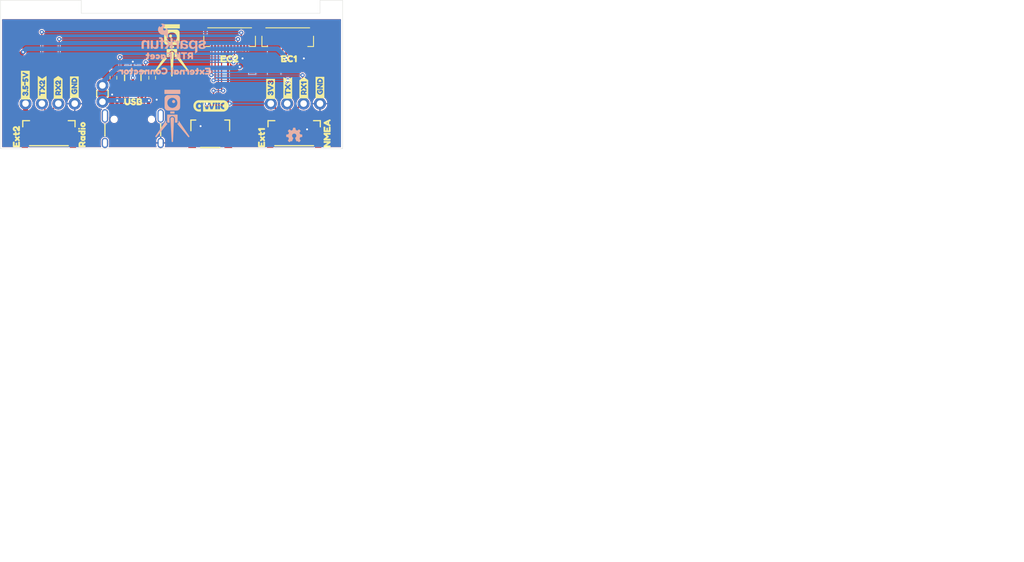
<source format=kicad_pcb>
(kicad_pcb (version 20240108) (generator "pcbnew") (generator_version "8.0")
  (title_block (title "SparkFun RTK Facet - External Connector") (date "2024-09-25") (rev "v13") (comment 1 "Designed by: N. Seidle"))
  (layers (0 "F.Cu" signal) (1 "In1.Cu" signal) (2 "In2.Cu" signal) (31 "B.Cu" signal) (34 "B.Paste" user) (35 "F.Paste" user) (36 "B.SilkS" user "B.Silkscreen") (37 "F.SilkS" user "F.Silkscreen") (38 "B.Mask" user) (39 "F.Mask" user) (44 "Edge.Cuts" user))
  (net 0 "")
  (net 1 "3.3V")
  (net 2 "GND")
  (net 3 "V_BATT")
  (net 4 "V_USB")
  (net 16 "Net-(JP0-A)")
  (net 17 "Net-(J5-CC2)")
  (net 18 "Net-(J5-CC1)")
  (net 19 "USB_DM")
  (net 20 "USB_DP")
  (net 21 "Net-(J11-Pin_4)")
  (net 22 "EXTERNAL_SERIAL1_TXO")
  (net 23 "EXTERNAL_SERIAL1_RXI")
  (net 24 "ESP_22{slash}SCL")
  (net 25 "ESP_21{slash}SDA")
  (net 26 "ZED-RXI2")
  (net 27 "ZED-TXO2")
  (net 29 "Net-(D1-VCC)")
  (footprint "SparkFun-Connector:1x04" (layer "F.Cu") (at 171.5011 109.5036 180)
    (property "Reference" "J12")
    (property "Value" "Conn_01x04")
    (pad "1" thru_hole circle (at 0 0 270) (size 1.8796 1.8796) (drill 1.016) (layers "*.Cu" "*.Mask") (net 2 "GND"))
    (pad "2" thru_hole circle (at 2.54 0 270) (size 1.8796 1.8796) (drill 1.016) (layers "*.Cu" "*.Mask") (net 23 "EXTERNAL_SERIAL1_RXI"))
    (pad "3" thru_hole circle (at 5.08 0 270) (size 1.8796 1.8796) (drill 1.016) (layers "*.Cu" "*.Mask") (net 22 "EXTERNAL_SERIAL1_TXO"))
    (pad "4" thru_hole circle (at 7.62 0 270) (size 1.8796 1.8796) (drill 1.016) (layers "*.Cu" "*.Mask") (net 1 "3.3V"))
  )
  (footprint "kibuzzard-66F4C03C" (layer "F.Cu") (at 171.493661 107.01051 90)
    (property "Reference" "kibuzzard-66F4C03C" (hide yes))
    (property "Value" "G***" (hide yes))
  )
  (footprint "kibuzzard-66F4BFEC" (layer "F.Cu") (at 142.5575 109.22)
    (property "Reference" "kibuzzard-66F4BFEC" (hide yes))
    (property "Value" "G***" (hide yes))
  )
  (footprint "kibuzzard-66F4C0CF" (layer "F.Cu") (at 166.507747 107.061595 90)
    (property "Reference" "kibuzzard-66F4C0CF" (hide yes))
    (property "Value" "G***" (hide yes))
  )
  (footprint "SparkFun-Aesthetic:SparkFun_RTK_20mm" (layer "F.Cu") (at 148.59 102.235)
    (property "Reference" "Ref**" (hide yes))
    (property "Value" "Val**" (hide yes))
  )
  (footprint "SparkFun-Jumper:Jumper_2_PTH_SMD_Combo-NC" (layer "F.Cu") (at 137.795 107.95 90)
    (property "Reference" "JP0")
    (property "Value" "Measure")
    (fp_rect (start -0.25 -0.4) (end 0.25 0.4) (fill solid) (layer "F.Cu"))
    (pad "1" thru_hole circle (at -1.27 0 180) (size 1.8796 1.8796) (drill 1.016) (layers "*.Cu" "*.Mask") (net 16 "Net-(JP0-A)"))
    (pad "1" smd rect (at -0.508 0 90) (size 0.635 1.27) (layers "F.Cu" "F.Mask") (net 16 "Net-(JP0-A)"))
    (pad "2" smd rect (at 0.508 0 90) (size 0.635 1.27) (layers "F.Cu" "F.Mask") (net 29 "Net-(D1-VCC)"))
    (pad "2" thru_hole circle (at 1.27 0 180) (size 1.8796 1.8796) (drill 1.016) (layers "*.Cu" "*.Mask") (net 29 "Net-(D1-VCC)"))
  )
  (footprint "SparkFun-Resistor:R_0603_1608Metric" (layer "F.Cu") (at 145.5 105.5 90)
    (property "Reference" "R16")
    (property "Value" "5.1k")
    (pad "1" smd roundrect (at -0.825 0 90) (size 0.8 0.95) (layers "F.Cu" "F.Paste" "F.Mask") (net 17 "Net-(J5-CC2)"))
    (pad "2" smd roundrect (at 0.825 0 90) (size 0.8 0.95) (layers "F.Cu" "F.Paste" "F.Mask") (net 2 "GND"))
  )
  (footprint "SparkFun-Connector:USB-C_16" (layer "F.Cu") (at 142.5011 110.5036)
    (property "Reference" "J5")
    (property "Value" "USB_C_Receptacle")
    (pad "" np_thru_hole circle (at -2.89 1.445) (size 0.65 0.65) (drill 0.65) (layers "*.Cu" "*.Mask"))
    (pad "" np_thru_hole circle (at 2.89 1.445) (size 0.65 0.65) (drill 0.65) (layers "F&B.Cu" "*.Mask"))
    (pad "A5" smd rect (at -1.25 0.34 180) (size 0.3 1) (layers "F.Cu" "F.Paste" "F.Mask") (net 18 "Net-(J5-CC1)"))
    (pad "A6" smd rect (at -0.25 0.34 180) (size 0.3 1) (layers "F.Cu" "F.Paste" "F.Mask") (net 20 "USB_DP"))
    (pad "A7" smd rect (at 0.25 0.34) (size 0.3 1) (layers "F.Cu" "F.Paste" "F.Mask") (net 19 "USB_DM"))
    (pad "A8" smd rect (at 1.25 0.34) (size 0.3 1) (layers "F.Cu" "F.Paste" "F.Mask"))
    (pad "B5" smd rect (at 1.75 0.34) (size 0.3 1) (layers "F.Cu" "F.Paste" "F.Mask") (net 17 "Net-(J5-CC2)"))
    (pad "B6" smd rect (at 0.75 0.34) (size 0.3 1) (layers "F.Cu" "F.Paste" "F.Mask") (net 20 "USB_DP"))
    (pad "B7" smd rect (at -0.75 0.34 180) (size 0.3 1) (layers "F.Cu" "F.Paste" "F.Mask") (net 19 "USB_DM"))
    (pad "B8" smd rect (at -1.75 0.34 180) (size 0.3 1) (layers "F.Cu" "F.Paste" "F.Mask"))
    (pad "GND" smd rect (at -3.225 0.34 180) (size 0.6 1) (layers "F.Cu" "F.Paste" "F.Mask") (net 2 "GND"))
    (pad "GND" smd rect (at 3.225 0.34) (size 0.6 1) (layers "F.Cu" "F.Paste" "F.Mask") (net 2 "GND"))
    (pad "NC1" thru_hole oval (at -4.318 5.095) (size 1 1.6) (drill oval 0.6 1.2) (layers "*.Cu" "*.Mask" "F.Paste"))
    (pad "NC2" thru_hole oval (at -4.318 0.915) (size 1 2.1) (drill oval 0.6 1.7) (layers "*.Cu" "*.Mask" "F.Paste"))
    (pad "NC3" thru_hole oval (at 4.318 0.915) (size 1 2.1) (drill oval 0.6 1.7) (layers "*.Cu" "*.Mask" "F.Paste"))
    (pad "S" thru_hole oval (at 4.318 5.095) (size 1 1.6) (drill oval 0.6 1.2) (layers "*.Cu" "*.Mask" "F.Paste") (net 2 "GND"))
    (pad "VBUS" smd rect (at -2.45 0.34 180) (size 0.6 1) (layers "F.Cu" "F.Paste" "F.Mask") (net 16 "Net-(JP0-A)"))
    (pad "VBUS" smd rect (at 2.45 0.34) (size 0.6 1) (layers "F.Cu" "F.Paste" "F.Mask") (net 16 "Net-(JP0-A)"))
  )
  (footprint "SparkFun-Connector:FPC_0.5mm-12" (layer "F.Cu") (at 157.5 99.5 180)
    (property "Reference" "J3")
    (property "Value" "Conn_01x12_FPC_0.5mm")
    (pad "1" smd rect (at -2.75 -1.35 180) (size 0.3 0.8) (layers "F.Cu" "F.Paste" "F.Mask") (net 2 "GND"))
    (pad "2" smd rect (at -2.25 -1.35 180) (size 0.3 0.8) (layers "F.Cu" "F.Paste" "F.Mask") (net 2 "GND"))
    (pad "3" smd rect (at -1.75 -1.35 180) (size 0.3 0.8) (layers "F.Cu" "F.Paste" "F.Mask") (net 27 "ZED-TXO2"))
    (pad "4" smd rect (at -1.25 -1.35 180) (size 0.3 0.8) (layers "F.Cu" "F.Paste" "F.Mask") (net 26 "ZED-RXI2"))
    (pad "5" smd rect (at -0.75 -1.35 180) (size 0.3 0.8) (layers "F.Cu" "F.Paste" "F.Mask") (net 19 "USB_DM"))
    (pad "6" smd rect (at -0.25 -1.35 180) (size 0.3 0.8) (layers "F.Cu" "F.Paste" "F.Mask") (net 20 "USB_DP"))
    (pad "7" smd rect (at 0.25 -1.35 180) (size 0.3 0.8) (layers "F.Cu" "F.Paste" "F.Mask") (net 1 "3.3V"))
    (pad "8" smd rect (at 0.75 -1.35 180) (size 0.3 0.8) (layers "F.Cu" "F.Paste" "F.Mask") (net 1 "3.3V"))
    (pad "9" smd rect (at 1.25 -1.35 180) (size 0.3 0.8) (layers "F.Cu" "F.Paste" "F.Mask") (net 25 "ESP_21{slash}SDA"))
    (pad "10" smd rect (at 1.75 -1.35 180) (size 0.3 0.8) (layers "F.Cu" "F.Paste" "F.Mask") (net 24 "ESP_22{slash}SCL"))
    (pad "11" smd rect (at 2.25 -1.35 180) (size 0.3 0.8) (layers "F.Cu" "F.Paste" "F.Mask") (net 22 "EXTERNAL_SERIAL1_TXO"))
    (pad "12" smd rect (at 2.75 -1.35 180) (size 0.3 0.8) (layers "F.Cu" "F.Paste" "F.Mask") (net 23 "EXTERNAL_SERIAL1_RXI"))
    (pad "MP1" smd rect (at -3.75 1.15 180) (size 0.4 0.8) (layers "F.Cu" "F.Paste" "F.Mask"))
    (pad "MP2" smd rect (at 3.75 1.15 180) (size 0.4 0.8) (layers "F.Cu" "F.Paste" "F.Mask"))
  )
  (footprint "kibuzzard-66F4C088" (layer "F.Cu") (at 125.852604 106.639131 90)
    (property "Reference" "kibuzzard-66F4C088" (hide yes))
    (property "Value" "G***" (hide yes))
  )
  (footprint "SparkFun-Fuse:0805" (layer "F.Cu") (at 124.5011 105.5036 -90)
    (property "Reference" "F1")
    (property "Value" "6V/0.5A/1A")
    (pad "1" smd rect (at -0.9 0 270) (size 0.8 1.2) (layers "F.Cu" "F.Paste" "F.Mask") (net 3 "V_BATT"))
    (pad "2" smd rect (at 0.9 0 270) (size 0.8 1.2) (layers "F.Cu" "F.Paste" "F.Mask") (net 21 "Net-(J11-Pin_4)"))
  )
  (footprint "kibuzzard-66F4C0A3" (layer "F.Cu") (at 130.937418 106.97997 90)
    (property "Reference" "kibuzzard-66F4C0A3" (hide yes))
    (property "Value" "G***" (hide yes))
  )
  (footprint "kibuzzard-66F4C0F8" (layer "F.Cu") (at 172.611543 114.107419 90)
    (property "Reference" "kibuzzard-66F4C0F8" (hide yes))
    (property "Value" "G***" (hide yes))
  )
  (footprint "SparkFun-Connector:JST_SMD_1.25mm-4_Locking" (layer "F.Cu") (at 167.5011 115.1036)
    (property "Reference" "J2")
    (property "Value" "JST_Locking_4")
    (pad "1" smd rect (at -1.875 -3.3 180) (size 0.6 1.7) (layers "F.Cu" "F.Paste" "F.Mask") (net 1 "3.3V"))
    (pad "2" smd rect (at -0.625 -3.3 180) (size 0.6 1.7) (layers "F.Cu" "F.Paste" "F.Mask") (net 22 "EXTERNAL_SERIAL1_TXO"))
    (pad "3" smd rect (at 0.625 -3.3 180) (size 0.6 1.7) (layers "F.Cu" "F.Paste" "F.Mask") (net 23 "EXTERNAL_SERIAL1_RXI"))
    (pad "4" smd rect (at 1.875 -3.3 180) (size 0.6 1.7) (layers "F.Cu" "F.Paste" "F.Mask") (net 2 "GND"))
    (pad "NC1" smd rect (at 3.725 -0.1 270) (size 2.7 1) (layers "F.Cu" "F.Paste" "F.Mask"))
    (pad "NC2" smd rect (at -3.725 -0.1 270) (size 2.7 1) (layers "F.Cu" "F.Paste" "F.Mask"))
  )
  (footprint "SparkFun-Connector:1x04" (layer "F.Cu") (at 133.5011 109.5036 180)
    (property "Reference" "J11")
    (property "Value" "Conn_01x04")
    (pad "1" thru_hole circle (at 0 0 270) (size 1.8796 1.8796) (drill 1.016) (layers "*.Cu" "*.Mask") (net 2 "GND"))
    (pad "2" thru_hole circle (at 2.54 0 270) (size 1.8796 1.8796) (drill 1.016) (layers "*.Cu" "*.Mask") (net 26 "ZED-RXI2"))
    (pad "3" thru_hole circle (at 5.08 0 270) (size 1.8796 1.8796) (drill 1.016) (layers "*.Cu" "*.Mask") (net 27 "ZED-TXO2"))
    (pad "4" thru_hole circle (at 7.62 0 270) (size 1.8796 1.8796) (drill 1.016) (layers "*.Cu" "*.Mask") (net 21 "Net-(J11-Pin_4)"))
  )
  (footprint "SparkFun-Connector:JST_SMD_1.25mm-4_Locking" (layer "F.Cu") (at 129.5011 115.1036)
    (property "Reference" "J9")
    (property "Value" "JST_Locking_4")
    (pad "1" smd rect (at -1.875 -3.3 180) (size 0.6 1.7) (layers "F.Cu" "F.Paste" "F.Mask") (net 21 "Net-(J11-Pin_4)"))
    (pad "2" smd rect (at -0.625 -3.3 180) (size 0.6 1.7) (layers "F.Cu" "F.Paste" "F.Mask") (net 27 "ZED-TXO2"))
    (pad "3" smd rect (at 0.625 -3.3 180) (size 0.6 1.7) (layers "F.Cu" "F.Paste" "F.Mask") (net 26 "ZED-RXI2"))
    (pad "4" smd rect (at 1.875 -3.3 180) (size 0.6 1.7) (layers "F.Cu" "F.Paste" "F.Mask") (net 2 "GND"))
    (pad "NC1" smd rect (at 3.725 -0.1 270) (size 2.7 1) (layers "F.Cu" "F.Paste" "F.Mask"))
    (pad "NC2" smd rect (at -3.725 -0.1 270) (size 2.7 1) (layers "F.Cu" "F.Paste" "F.Mask"))
  )
  (footprint "kibuzzard-66F4C03C" (layer "F.Cu") (at 133.440592 106.949319 90)
    (property "Reference" "kibuzzard-66F4C03C" (hide yes))
    (property "Value" "G***" (hide yes))
  )
  (footprint "SparkFun-Aesthetic:qwiic_5.5mm" (layer "F.Cu") (at 154.6225 109.855)
    (property "Reference" "G***" (hide yes))
    (property "Value" "LOGO" (hide yes))
  )
  (footprint "kibuzzard-66F4BFE6" (layer "F.Cu") (at 134.62 114.3 90)
    (property "Reference" "kibuzzard-66F4BFE6" (hide yes))
    (property "Value" "G***" (hide yes))
  )
  (footprint "SparkFun-Connector:JST_SMD_1.0mm-4_RA" (layer "F.Cu") (at 154.5011 111.7036)
    (property "Reference" "J4")
    (property "Value" "Qwiic")
    (pad "1" smd rect (at -1.5 0) (size 0.6 1.35) (layers "F.Cu" "F.Paste" "F.Mask") (net 2 "GND"))
    (pad "2" smd rect (at -0.5 0) (size 0.6 1.35) (layers "F.Cu" "F.Paste" "F.Mask") (net 1 "3.3V"))
    (pad "3" smd rect (at 0.5 0) (size 0.6 1.35) (layers "F.Cu" "F.Paste" "F.Mask") (net 25 "ESP_21{slash}SDA"))
    (pad "4" smd rect (at 1.5 0) (size 0.6 1.35) (layers "F.Cu" "F.Paste" "F.Mask") (net 24 "ESP_22{slash}SCL"))
    (pad "NC1" smd rect (at 2.8 3.675) (size 1.2 2) (layers "F.Cu" "F.Paste" "F.Mask"))
    (pad "NC2" smd rect (at -2.8 3.675) (size 1.2 2) (layers "F.Cu" "F.Paste" "F.Mask"))
  )
  (footprint "kibuzzard-66F4BFD6" (layer "F.Cu") (at 124.46 114.6175 90)
    (property "Reference" "kibuzzard-66F4BFD6" (hide yes))
    (property "Value" "G***" (hide yes))
  )
  (footprint "SparkFun-Resistor:R_0603_1608Metric" (layer "F.Cu") (at 139.5 105.5 90)
    (property "Reference" "R17")
    (property "Value" "5.1k")
    (pad "1" smd roundrect (at -0.825 0 90) (size 0.8 0.95) (layers "F.Cu" "F.Paste" "F.Mask") (net 18 "Net-(J5-CC1)"))
    (pad "2" smd roundrect (at 0.825 0 90) (size 0.8 0.95) (layers "F.Cu" "F.Paste" "F.Mask") (net 2 "GND"))
  )
  (footprint "kibuzzard-66F4C0FC" (layer "F.Cu") (at 162.450699 114.781744 90)
    (property "Reference" "kibuzzard-66F4C0FC" (hide yes))
    (property "Value" "G***" (hide yes))
  )
  (footprint "kibuzzard-66F4C0D4" (layer "F.Cu") (at 168.990487 107.041161 90)
    (property "Reference" "kibuzzard-66F4C0D4" (hide yes))
    (property "Value" "G***" (hide yes))
  )
  (footprint "SparkFun-Connector:FPC_0.5mm-12" (layer "F.Cu") (at 166.5011 99.5036 180)
    (property "Reference" "J1")
    (property "Value" "Conn_01x12_FPC_0.5mm")
    (pad "1" smd rect (at -2.75 -1.35 180) (size 0.3 0.8) (layers "F.Cu" "F.Paste" "F.Mask") (net 2 "GND"))
    (pad "2" smd rect (at -2.25 -1.35 180) (size 0.3 0.8) (layers "F.Cu" "F.Paste" "F.Mask") (net 2 "GND"))
    (pad "3" smd rect (at -1.75 -1.35 180) (size 0.3 0.8) (layers "F.Cu" "F.Paste" "F.Mask") (net 2 "GND"))
    (pad "4" smd rect (at -1.25 -1.35 180) (size 0.3 0.8) (layers "F.Cu" "F.Paste" "F.Mask") (net 3 "V_BATT"))
    (pad "5" smd rect (at -0.75 -1.35 180) (size 0.3 0.8) (layers "F.Cu" "F.Paste" "F.Mask") (net 3 "V_BATT"))
    (pad "6" smd rect (at -0.25 -1.35 180) (size 0.3 0.8) (layers "F.Cu" "F.Paste" "F.Mask") (net 3 "V_BATT"))
    (pad "7" smd rect (at 0.25 -1.35 180) (size 0.3 0.8) (layers "F.Cu" "F.Paste" "F.Mask") (net 3 "V_BATT"))
    (pad "8" smd rect (at 0.75 -1.35 180) (size 0.3 0.8) (layers "F.Cu" "F.Paste" "F.Mask"))
    (pad "9" smd rect (at 1.25 -1.35 180) (size 0.3 0.8) (layers "F.Cu" "F.Paste" "F.Mask") (net 4 "V_USB"))
    (pad "10" smd rect (at 1.75 -1.35 180) (size 0.3 0.8) (layers "F.Cu" "F.Paste" "F.Mask") (net 4 "V_USB"))
    (pad "11" smd rect (at 2.25 -1.35 180) (size 0.3 0.8) (layers "F.Cu" "F.Paste" "F.Mask") (net 4 "V_USB"))
    (pad "12" smd rect (at 2.75 -1.35 180) (size 0.3 0.8) (layers "F.Cu" "F.Paste" "F.Mask") (net 4 "V_USB"))
    (pad "MP1" smd rect (at -3.75 1.15 180) (size 0.4 0.8) (layers "F.Cu" "F.Paste" "F.Mask"))
    (pad "MP2" smd rect (at 3.75 1.15 180) (size 0.4 0.8) (layers "F.Cu" "F.Paste" "F.Mask"))
  )
  (footprint "kibuzzard-66F4C09A" (layer "F.Cu") (at 128.454678 107.000404 90)
    (property "Reference" "kibuzzard-66F4C09A" (hide yes))
    (property "Value" "G***" (hide yes))
  )
  (footprint "SparkFun-Fuse:1210" (layer "F.Cu") (at 162.5011 103.5036 180)
    (property "Reference" "F3")
    (property "Value" "6V/2.0A/4.0A")
    (pad "1" smd rect (at -1.5 0 180) (size 1 2.8) (layers "F.Cu" "F.Paste" "F.Mask") (net 4 "V_USB"))
    (pad "2" smd rect (at 1.5 0 180) (size 1 2.8) (layers "F.Cu" "F.Paste" "F.Mask") (net 29 "Net-(D1-VCC)"))
  )
  (footprint "kibuzzard-66F4C147" (layer "F.Cu") (at 157.48 102.5525)
    (property "Reference" "kibuzzard-66F4C147" (hide yes))
    (property "Value" "G***" (hide yes))
  )
  (footprint "kibuzzard-66F4C143" (layer "F.Cu") (at 166.6875 102.5525)
    (property "Reference" "kibuzzard-66F4C143" (hide yes))
    (property "Value" "G***" (hide yes))
  )
  (footprint "kibuzzard-66F4C0DF" (layer "F.Cu") (at 163.846208 107.225067 90)
    (property "Reference" "kibuzzard-66F4C0DF" (hide yes))
    (property "Value" "G***" (hide yes))
  )
  (footprint "SparkFun-Aesthetic:Creative_Commons_License" (layer "F.Cu") (at 233.68 162.56)
    (property "Reference" "G3" (hide yes))
    (property "Value" "OSHW_Logo" (hide yes))
  )
  (footprint "SparkFun-Semiconductor-Standard:SOT23-6" (layer "F.Cu") (at 142.5 105.5 -90)
    (property "Reference" "D1")
    (property "Value" "DT1042-04SO")
    (pad "1" smd rect (at -1.3001 -0.95 180) (size 0.55 1.2) (layers "F.Cu" "F.Paste" "F.Mask"))
    (pad "2" smd rect (at -1.3001 0 180) (size 0.55 1.2) (layers "F.Cu" "F.Paste" "F.Mask") (net 2 "GND"))
    (pad "3" smd rect (at -1.3001 0.95 180) (size 0.55 1.2) (layers "F.Cu" "F.Paste" "F.Mask"))
    (pad "4" smd rect (at 1.3001 0.95 180) (size 0.55 1.2) (layers "F.Cu" "F.Paste" "F.Mask") (net 19 "USB_DM"))
    (pad "5" smd rect (at 1.3 0 180) (size 0.55 1.2) (layers "F.Cu" "F.Paste" "F.Mask") (net 29 "Net-(D1-VCC)"))
    (pad "6" smd rect (at 1.3001 -0.95 180) (size 0.55 1.2) (layers "F.Cu" "F.Paste" "F.Mask") (net 20 "USB_DP"))
  )
  (footprint "kibuzzard-66F4C1AD" (layer "B.Cu") (at 148.160221 102.090324 180)
    (property "Reference" "kibuzzard-66F4C1AD" (hide yes))
    (property "Value" "G***" (hide yes))
  )
  (footprint "SparkFun-Aesthetic:OSHW_Logo_2.5mm" (layer "B.Cu") (at 167.5011 114.5036 180)
    (property "Reference" "LOGO1" (hide yes))
    (property "Value" "OSHW-LOGOMINI" (hide yes))
  )
  (footprint "kibuzzard-66F4C18F" (layer "B.Cu") (at 151.4475 104.4575 180)
    (property "Reference" "kibuzzard-66F4C18F" (hide yes))
    (property "Value" "G***" (hide yes))
  )
  (footprint "kibuzzard-66F4C199" (layer "B.Cu") (at 144.145 104.4575 180)
    (property "Reference" "kibuzzard-66F4C199" (hide yes))
    (property "Value" "G***" (hide yes))
  )
  (footprint "SparkFun-Aesthetic:SparkFun_Logo_10mm" (layer "B.Cu") (at 148.9075 100.33 180)
    (property "Reference" "LOGO2" (hide yes))
    (property "Value" "SFE_LOGO_NAME_FLAME.1_INCH" (hide yes))
  )
  (footprint "SparkFun-Aesthetic:SparkFun_RTK_20mm" (layer "B.Cu") (at 148.59 112.395 180)
    (property "Reference" "Ref**" (hide yes))
    (property "Value" "Val**" (hide yes))
  )
  (gr_line (start 175.0011 93.5036) (end 175.0011 116.5036) (stroke (width 0.05)) (layer "Edge.Cuts"))
  (gr_line (start 171.5011 93.5036) (end 171.5011 95.5036) (stroke (width 0.05)) (layer "Edge.Cuts"))
  (gr_line (start 171.5011 95.5036) (end 134.5011 95.5036) (stroke (width 0.05)) (layer "Edge.Cuts"))
  (gr_line (start 175.0011 93.5036) (end 171.5011 93.5036) (stroke (width 0.05)) (layer "Edge.Cuts"))
  (gr_line (start 134.5011 93.5036) (end 122.0011 93.5036) (stroke (width 0.05)) (layer "Edge.Cuts"))
  (gr_line (start 122.0011 116.5036) (end 122.0011 93.5036) (stroke (width 0.05)) (layer "Edge.Cuts"))
  (gr_line (start 175.0011 116.5036) (end 122.0011 116.5036) (stroke (width 0.05)) (layer "Edge.Cuts"))
  (gr_line (start 134.5011 95.5036) (end 134.5011 93.5036) (stroke (width 0.05)) (layer "Edge.Cuts"))
  (gr_text "v13" (at 125.73 98.7425 0) (layer "F.Cu" knockout) (effects (font (size 1 1) (thickness 0.25) (bold yes))))
  (segment (start 156.7511 101.9036) (end 156.9511 102.1036) (width 0.3048) (layer "F.Cu") (net 1))
  (segment (start 157.2511 102.1036) (end 157.2511 109.2536) (width 0.3048) (layer "F.Cu") (net 1))
  (segment (start 154.0011 111.7036) (end 154.0011 109.5036) (width 0.3048) (layer "F.Cu") (net 1))
  (segment (start 157.2511 100.8536) (end 157.2511 102.1036) (width 0.3048) (layer "F.Cu") (net 1))
  (segment (start 157.2511 109.2536) (end 157.5011 109.5036) (width 0.3048) (layer "F.Cu") (net 1))
  (segment (start 165.6261 111.8036) (end 165.6261 111.2486) (width 0.3048) (layer "F.Cu") (net 1))
  (segment (start 156.9511 102.1036) (end 157.2511 102.1036) (width 0.3048) (layer "F.Cu") (net 1))
  (segment (start 156.7511 100.8536) (end 156.7511 101.9036) (width 0.3048) (layer "F.Cu") (net 1))
  (segment (start 165.6261 111.2486) (end 163.8811 109.5036) (width 0.3048) (layer "F.Cu") (net 1))
  (via (at 157.5011 109.5036) (size 0.6556) (drill 0.3) (layers "F.Cu" "B.Cu") (net 1))
  (via (at 154.0011 109.5036) (size 0.6556) (drill 0.3) (layers "F.Cu" "B.Cu") (net 1))
  (segment (start 163.8811 109.5036) (end 157.5011 109.5036) (width 0.3048) (layer "B.Cu") (net 1))
  (segment (start 154.0011 109.5036) (end 157.5011 109.5036) (width 0.3048) (layer "B.Cu") (net 1))
  (segment (start 145.7261 109.3739) (end 146.2 108.9) (width 0.4064) (layer "F.Cu") (net 2))
  (segment (start 139.2761 110.8436) (end 139.2761 108.1239) (width 0.4064) (layer "F.Cu") (net 2))
  (segment (start 142.5956 103.9902) (end 142.5011 104.0847) (width 0.3048) (layer "F.Cu") (net 2))
  (segment (start 145.7261 110.8436) (end 145.7261 109.3739) (width 0.4064) (layer "F.Cu") (net 2))
  (segment (start 139.2761 108.1239) (end 139.3 108.1) (width 0.4064) (layer "F.Cu") (net 2))
  (via (at 169.5 113.5) (size 0.6556) (drill 0.3) (layers "F.Cu" "B.Cu") (net 2))
  (via (at 159.5 102.5) (size 0.6556) (drill 0.3) (layers "F.Cu" "B.Cu") (net 2))
  (via (at 169 102.5) (size 0.6556) (drill 0.3) (layers "F.Cu" "B.Cu") (net 2))
  (via (at 146.2 108.9) (size 0.6556) (drill 0.3) (layers "F.Cu" "B.Cu") (net 2))
  (via (at 153 113) (size 0.6556) (drill 0.3) (layers "F.Cu" "B.Cu") (net 2))
  (via (at 142.5 103) (size 0.6556) (drill 0.3) (layers "F.Cu" "B.Cu") (net 2))
  (via (at 139.3 108.1) (size 0.6556) (drill 0.3) (layers "F.Cu" "B.Cu") (net 2))
  (segment (start 167.2511 100.8536) (end 167.2511 102.3536) (width 0.3048) (layer "F.Cu") (net 3))
  (segment (start 167.3011 102.4036) (end 166.8011 102.4036) (width 0.3048) (layer "F.Cu") (net 3))
  (segment (start 167.2511 102.3536) (end 167.3011 102.4036) (width 0.3048) (layer "F.Cu") (net 3))
  (segment (start 167.7511 102.2536) (end 167.6011 102.4036) (width 0.3048) (layer "F.Cu") (net 3))
  (segment (start 167.6011 102.4036) (end 167.3011 102.4036) (width 0.3048) (layer "F.Cu") (net 3))
  (segment (start 166.2511 100.8536) (end 166.2511 102.3536) (width 0.3048) (layer "F.Cu") (net 3))
  (segment (start 166.7511 102.3536) (end 166.8011 102.4036) (width 0.3048) (layer "F.Cu") (net 3))
  (segment (start 166.7511 100.8536) (end 166.7511 102.3536) (width 0.3048) (layer "F.Cu") (net 3))
  (segment (start 166.2511 102.3536) (end 166.3011 102.4036) (width 0.3048) (layer "F.Cu") (net 3))
  (segment (start 125.5011 101.5036) (end 124.5011 102.5036) (width 0.762) (layer "F.Cu") (net 3))
  (segment (start 124.5011 102.5036) (end 124.5011 104.6036) (width 0.762) (layer "F.Cu") (net 3))
  (segment (start 167.7511 100.8536) (end 167.7511 102.2536) (width 0.3048) (layer "F.Cu") (net 3))
  (segment (start 166.8011 102.4036) (end 166.3011 102.4036) (width 0.3048) (layer "F.Cu") (net 3))
  (via (at 125.5011 101.5036) (size 0.6556) (drill 0.3) (layers "F.Cu" "B.Cu") (net 3))
  (via (at 166.3011 102.4036) (size 0.6556) (drill 0.3) (layers "F.Cu" "B.Cu") (net 3))
  (segment (start 126.0011 101.0036) (end 125.5011 101.5036) (width 0.762) (layer "B.Cu") (net 3))
  (segment (start 164.9011 101.0036) (end 126.0011 101.0036) (width 0.762) (layer "B.Cu") (net 3))
  (segment (start 166.3011 102.4036) (end 164.9011 101.0036) (width 0.762) (layer "B.Cu") (net 3))
  (segment (start 144.9511 110.8436) (end 144.9511 109.0536) (width 0.508) (layer "F.Cu") (net 16))
  (segment (start 140.0511 109.0536) (end 140.1011 109.0036) (width 0.508) (layer "F.Cu") (net 16))
  (segment (start 144.9511 109.0536) (end 145.0011 109.0036) (width 0.508) (layer "F.Cu") (net 16))
  (segment (start 137.6011 108.2116) (end 137.6011 108.9736) (width 0.3048) (layer "F.Cu") (net 16))
  (segment (start 140.0511 110.8436) (end 140.0511 109.0536) (width 0.508) (layer "F.Cu") (net 16))
  (via (at 140.1011 109.0036) (size 0.6556) (drill 0.3) (layers "F.Cu" "B.Cu") (net 16))
  (via (at 145.0011 109.0036) (size 0.6556) (drill 0.3) (layers "F.Cu" "B.Cu") (net 16))
  (segment (start 137.6311 109.0036) (end 137.6011 108.9736) (width 0.5588) (layer "B.Cu") (net 16))
  (segment (start 145.0011 109.0036) (end 140.1011 109.0036) (width 0.762) (layer "B.Cu") (net 16))
  (segment (start 140.1011 109.0036) (end 137.6311 109.0036) (width 0.762) (layer "B.Cu") (net 16))
  (segment (start 144.2511 108.7489) (end 145.5 107.5) (width 0.1778) (layer "F.Cu") (net 17))
  (segment (start 145.5 107.5) (end 145.5 106.325) (width 0.1778) (layer "F.Cu") (net 17))
  (segment (start 144.2511 110.8436) (end 144.2511 108.7489) (width 0.1778) (layer "F.Cu") (net 17))
  (segment (start 139.5 107) (end 139.5 106.325) (width 0.1778) (layer "F.Cu") (net 18))
  (segment (start 141.2511 108.7511) (end 139.5 107) (width 0.1778) (layer "F.Cu") (net 18))
  (segment (start 141.2511 110.8436) (end 141.2511 108.7511) (width 0.1778) (layer "F.Cu") (net 18))
  (segment (start 142.4689 111.8036) (end 141.9011 111.8036) (width 0.1778) (layer "F.Cu") (net 19))
  (segment (start 141.7511 108.175416) (end 141.55 107.974316) (width 0.1778) (layer "F.Cu") (net 19))
  (segment (start 142.7511 111.5214) (end 142.4689 111.8036) (width 0.1778) (layer "F.Cu") (net 19))
  (segment (start 141.55 106.8001) (end 141.55 105.55) (width 0.1778) (layer "F.Cu") (net 19))
  (segment (start 158.2511 102.1757) (end 158.3456 102.2702) (width 0.1778) (layer "F.Cu") (net 19))
  (segment (start 141.7511 111.6536) (end 141.7511 110.8436) (width 0.1778) (layer "F.Cu") (net 19))
  (segment (start 142.7511 110.8436) (end 142.7511 111.5214) (width 0.1778) (layer "F.Cu") (net 19))
  (segment (start 158.2511 100.8536) (end 158.2511 102.1757) (width 0.1778) (layer "F.Cu") (net 19))
  (segment (start 141.7511 110.8436) (end 141.7511 108.175416) (width 0.1778) (layer "F.Cu") (net 19))
  (segment (start 141.55 107.974316) (end 141.55 106.8001) (width 0.1778) (layer "F.Cu") (net 19))
  (segment (start 140.5 104.5) (end 140.5 102.3036) (width 0.1778) (layer "F.Cu") (net 19))
  (segment (start 141.55 105.55) (end 140.5 104.5) (width 0.1778) (layer "F.Cu") (net 19))
  (segment (start 141.9011 111.8036) (end 141.7511 111.6536) (width 0.1778) (layer "F.Cu") (net 19))
  (via (at 140.5 102.3036) (size 0.6556) (drill 0.3) (layers "F.Cu" "B.Cu") (net 19))
  (via (at 158.3456 102.2702) (size 0.6556) (drill 0.3) (layers "F.Cu" "B.Cu") (net 19))
  (segment (start 140.5334 102.2702) (end 158.3456 102.2702) (width 0.1778) (layer "B.Cu") (net 19))
  (segment (start 140.5 102.3036) (end 140.5334 102.2702) (width 0.1778) (layer "B.Cu") (net 19))
  (segment (start 158.1011 103.1036) (end 157.7511 102.7536) (width 0.1778) (layer "F.Cu") (net 20))
  (segment (start 143.45 106.8001) (end 143.45 105.67505) (width 0.1778) (layer "F.Cu") (net 20))
  (segment (start 143.2475 109.5036) (end 143.2511 109.5) (width 0.1778) (layer "F.Cu") (net 20))
  (segment (start 144.5 104.62505) (end 144.5 103.1036) (width 0.1778) (layer "F.Cu") (net 20))
  (segment (start 143.45 105.67505) (end 144.5 104.62505) (width 0.1778) (layer "F.Cu") (net 20))
  (segment (start 143.2511 108.6489) (end 143.45 108.45) (width 0.1778) (layer "F.Cu") (net 20))
  (segment (start 142.2511 110.8436) (end 142.2511 109.7036) (width 0.1778) (layer "F.Cu") (net 20))
  (segment (start 143.2511 110.8436) (end 143.2511 109.5) (width 0.1778) (layer "F.Cu") (net 20))
  (segment (start 143.2511 109.5) (end 143.2511 108.6489) (width 0.1778) (layer "F.Cu") (net 20))
  (segment (start 142.2511 109.7036) (end 142.4511 109.5036) (width 0.1778) (layer "F.Cu") (net 20))
  (segment (start 142.4511 109.5036) (end 143.2475 109.5036) (width 0.1778) (layer "F.Cu") (net 20))
  (segment (start 157.7511 102.7536) (end 157.7511 100.8536) (width 0.1778) (layer "F.Cu") (net 20))
  (segment (start 143.45 108.45) (end 143.45 106.8001) (width 0.1778) (layer "F.Cu") (net 20))
  (via (at 144.5 103.1036) (size 0.6556) (drill 0.3) (layers "F.Cu" "B.Cu") (net 20))
  (via (at 158.1011 103.1036) (size 0.6556) (drill 0.3) (layers "F.Cu" "B.Cu") (net 20))
  (segment (start 144.5 103.1036) (end 158.1011 103.1036) (width 0.1778) (layer "B.Cu") (net 20))
  (segment (start 125.8811 107.7836) (end 124.5011 106.4036) (width 0.762) (layer "F.Cu") (net 21))
  (segment (start 125.8811 107.7836) (end 125.8811 109.5036) (width 0.762) (layer "F.Cu") (net 21))
  (segment (start 126.6011 111.8036) (end 125.8811 111.0836) (width 0.762) (layer "F.Cu") (net 21))
  (segment (start 125.8811 111.0836) (end 125.8811 109.5036) (width 0.762) (layer "F.Cu") (net 21))
  (segment (start 127.6261 111.8036) (end 126.6011 111.8036) (width 0.762) (layer "F.Cu") (net 21))
  (segment (start 155.2511 105.6536) (end 155.0011 105.9036) (width 0.1778) (layer "F.Cu") (net 22))
  (segment (start 166.5011 105.9036) (end 166.5011 109.4236) (width 0.1778) (layer "F.Cu") (net 22))
  (segment (start 155.2511 100.8536) (end 155.2511 105.6536) (width 0.1778) (layer "F.Cu") (net 22))
  (segment (start 166.8761 109.9586) (end 166.4211 109.5036) (width 0.1778) (layer "F.Cu") (net 22))
  (segment (start 166.8761 111.8036) (end 166.8761 109.9586) (width 0.1778) (layer "F.Cu") (net 22))
  (segment (start 166.5011 109.4236) (end 166.4211 109.5036) (width 0.1778) (layer "F.Cu") (net 22))
  (via (at 166.5011 105.9036) (size 0.6556) (drill 0.3) (layers "F.Cu" "B.Cu") (net 22))
  (via (at 155.0011 105.9036) (size 0.6556) (drill 0.3) (layers "F.Cu" "B.Cu") (net 22))
  (segment (start 155.0011 105.9036) (end 166.5011 105.9036) (width 0.1778) (layer "B.Cu") (net 22))
  (segment (start 168.8011 105.1036) (end 168.8011 109.3436) (width 0.1778) (layer "F.Cu") (net 23))
  (segment (start 154.7511 104.9757) (end 154.6566 105.0702) (width 0.1778) (layer "F.Cu") (net 23))
  (segment (start 168.8011 109.3436) (end 168.8311 109.3736) (width 0.1778) (layer "F.Cu") (net 23))
  (segment (start 168.8311 109.3736) (end 168.9611 109.5036) (width 0.1778) (layer "F.Cu") (net 23))
  (segment (start 154.7511 100.8536) (end 154.7511 104.9757) (width 0.1778) (layer "F.Cu") (net 23))
  (segment (start 168.1261 111.8036) (end 168.1261 110.0786) (width 0.1778) (layer "F.Cu") (net 23))
  (segment (start 168.1261 110.0786) (end 168.8311 109.3736) (width 0.1778) (layer "F.Cu") (net 23))
  (via (at 154.6566 105.0702) (size 0.6556) (drill 0.3) (layers "F.Cu" "B.Cu") (net 23))
  (via (at 168.8011 105.1036) (size 0.6556) (drill 0.3) (layers "F.Cu" "B.Cu") (net 23))
  (segment (start 154.6566 105.0702) (end 168.7677 105.0702) (width 0.1778) (layer "B.Cu") (net 23))
  (segment (start 168.7677 105.0702) (end 168.8011 105.1036) (width 0.1778) (layer "B.Cu") (net 23))
  (segment (start 155.7511 109.6536) (end 156.0011 109.9036) (width 0.1778) (layer "F.Cu") (net 24))
  (segment (start 156.0011 109.9036) (end 156.0011 111.7036) (width 0.1778) (layer "F.Cu") (net 24))
  (segment (start 155.7511 100.8536) (end 155.7511 109.6536) (width 0.1778) (layer "F.Cu") (net 24))
  (segment (start 156.2511 107.2536) (end 156.5011 107.5036) (width 0.1778) (layer "F.Cu") (net 25))
  (segment (start 156.2511 100.8536) (end 156.2511 107.2536) (width 0.1778) (layer "F.Cu") (net 25))
  (segment (start 155.0011 111.7036) (end 155.0011 107.5036) (width 0.1778) (layer "F.Cu") (net 25))
  (via (at 155.0011 107.5036) (size 0.6556) (drill 0.3) (layers "F.Cu" "B.Cu") (net 25))
  (via (at 156.5011 107.5036) (size 0.6556) (drill 0.3) (layers "F.Cu" "B.Cu") (net 25))
  (segment (start 155.0011 107.5036) (end 156.5011 107.5036) (width 0.1778) (layer "B.Cu") (net 25))
  (segment (start 130.1261 111.8036) (end 130.1261 110.3386) (width 0.1778) (layer "F.Cu") (net 26))
  (segment (start 131.1011 109.3636) (end 130.9611 109.5036) (width 0.1778) (layer "F.Cu") (net 26))
  (segment (start 130.1261 110.3386) (end 130.9611 109.5036) (width 0.1778) (layer "F.Cu") (net 26))
  (segment (start 158.7511 100.8536) (end 158.7511 99.5536) (width 0.1778) (layer "F.Cu") (net 26))
  (segment (start 158.7511 99.5536) (end 158.8011 99.5036) (width 0.1778) (layer "F.Cu") (net 26))
  (segment (start 131.1011 99.5036) (end 131.1011 109.3636) (width 0.1778) (layer "F.Cu") (net 26))
  (via (at 158.8011 99.5036) (size 0.6556) (drill 0.3) (layers "F.Cu" "B.Cu") (net 26))
  (via (at 131.1011 99.5036) (size 0.6556) (drill 0.3) (layers "F.Cu" "B.Cu") (net 26))
  (segment (start 158.8011 99.5036) (end 131.1011 99.5036) (width 0.1778) (layer "B.Cu") (net 26))
  (segment (start 128.8761 109.9586) (end 128.4211 109.5036) (width 0.1778) (layer "F.Cu") (net 27))
  (segment (start 159.2511 99.89435) (end 159.3956 99.74985) (width 0.1778) (layer "F.Cu") (net 27))
  (segment (start 128.4011 109.4836) (end 128.4211 109.5036) (width 0.1778) (layer "F.Cu") (net 27))
  (segment (start 159.2511 100.8536) (end 159.2511 99.89435) (width 0.1778) (layer "F.Cu") (net 27))
  (segment (start 159.3956 99.74985) (end 159.3956 99.25735) (width 0.1778) (layer "F.Cu") (net 27))
  (segment (start 159.3011 99.16285) (end 159.3011 98.5036) (width 0.1778) (layer "F.Cu") (net 27))
  (segment (start 159.3956 99.25735) (end 159.3011 99.16285) (width 0.1778) (layer "F.Cu") (net 27))
  (segment (start 128.8761 111.8036) (end 128.8761 109.9586) (width 0.1778) (layer "F.Cu") (net 27))
  (segment (start 128.4011 98.4036) (end 128.4011 109.4836) (width 0.1778) (layer "F.Cu") (net 27))
  (via (at 128.4011 98.4036) (size 0.6556) (drill 0.3) (layers "F.Cu" "B.Cu") (net 27))
  (via (at 159.3011 98.5036) (size 0.6556) (drill 0.3) (layers "F.Cu" "B.Cu") (net 27))
  (segment (start 159.3011 98.5036) (end 128.5011 98.5036) (width 0.1778) (layer "B.Cu") (net 27))
  (segment (start 128.5011 98.5036) (end 128.4011 98.4036) (width 0.1778) (layer "B.Cu") (net 27))
  (segment (start 161.0011 103.5036) (end 159.3611 103.5036) (width 0.762) (layer "F.Cu") (net 29))
  (segment (start 159.3611 103.5036) (end 159.0611 103.8036) (width 0.762) (layer "F.Cu") (net 29))
  (segment (start 137.6011 107.1956) (end 137.6011 106.4336) (width 0.3048) (layer "F.Cu") (net 29))
  (segment (start 142.5 106.8) (end 142.5 105.5) (width 0.4064) (layer "F.Cu") (net 29))
  (via (at 142.5 105.5) (size 0.56) (drill 0.3) (layers "F.Cu" "B.Cu") (net 29))
  (via (at 159.0611 103.8036) (size 0.6556) (drill 0.3) (layers "F.Cu" "B.Cu") (net 29))
  (segment (start 142.5956 103.9902) (end 140.0445 103.9902) (width 0.762) (layer "B.Cu") (net 29))
  (segment (start 158.654943 103.8036) (end 158.468343 103.9902) (width 0.762) (layer "B.Cu") (net 29))
  (segment (start 142.5 104.0858) (end 142.5956 103.9902) (width 0.4064) (layer "B.Cu") (net 29))
  (segment (start 158.468343 103.9902) (end 142.5956 103.9902) (width 0.762) (layer "B.Cu") (net 29))
  (segment (start 159.0611 103.8036) (end 158.654943 103.8036) (width 0.762) (layer "B.Cu") (net 29))
  (segment (start 142.5 105.5) (end 142.5 104.0858) (width 0.4064) (layer "B.Cu") (net 29))
  (segment (start 140.0445 103.9902) (end 137.6011 106.4336) (width 0.762) (layer "B.Cu") (net 29))
  (zone (net 4) (net_name "V_USB") (layer "F.Cu") (priority 6) (connect_pads yes (clearance 0.1524)) (min_thickness 0.0762) (fill yes (thermal_gap 0.5) (thermal_bridge_width 0.5))
    (polygon (pts (xy 165.3773 104.9798) (xy 163.4249 104.9798) (xy 163.4249 100.4274) (xy 165.3773 100.4274)))
  )
  (zone (net 2) (net_name "GND") (layer "F.Cu") (priority 2) (connect_pads (clearance 0.1524)) (min_thickness 0.0762) (fill yes (thermal_gap 0.2024) (thermal_bridge_width 0.2024))
    (polygon (pts (xy 175.0773 116.5798) (xy 121.9249 116.5798) (xy 121.9249 96.4274) (xy 175.0773 96.4274)))
  )
  (zone (net 2) (net_name "GND") (layer "B.Cu") (priority 2) (connect_pads (clearance 0.1524)) (min_thickness 0.0762) (fill yes (thermal_gap 0.2024) (thermal_bridge_width 0.2024))
    (polygon (pts (xy 175.0773 116.5798) (xy 121.9249 116.5798) (xy 121.9249 96.4274) (xy 175.0773 96.4274)))
  )
)
</source>
